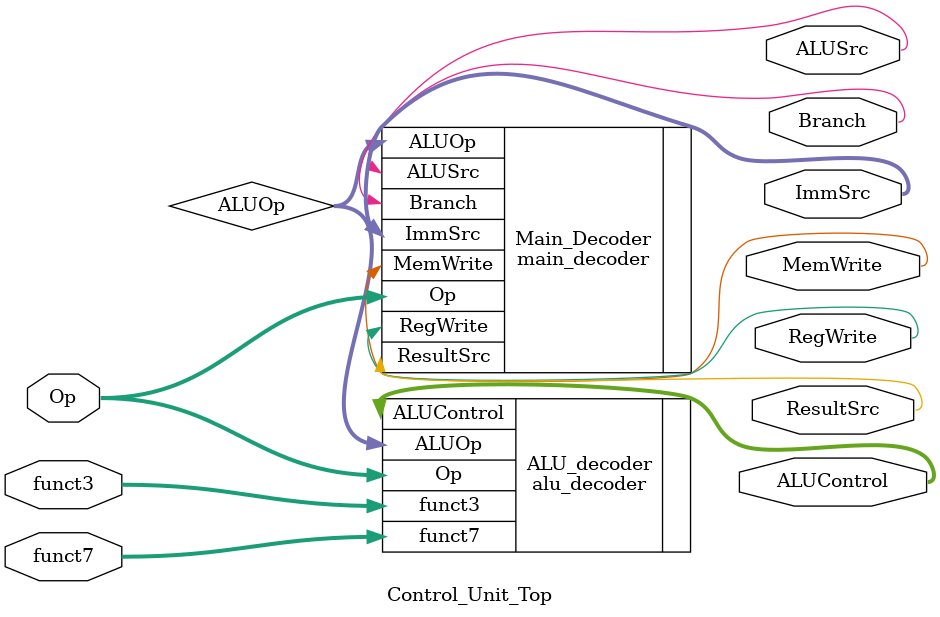
<source format=v>
`include "Alu_decoder.v"
`include "main_decoder.v"

module Control_Unit_Top(Op,RegWrite,ImmSrc,ALUSrc,MemWrite,ResultSrc,Branch,funct3,funct7,ALUControl);

    input [6:0]Op,funct7;
    input [2:0]funct3;
    output RegWrite,ALUSrc,MemWrite,ResultSrc,Branch;
    output [1:0]ImmSrc;
    output [2:0]ALUControl;

    wire [1:0]ALUOp;

 main_decoder Main_Decoder(.Op(Op),
                        //    .zero(),
                           .RegWrite(RegWrite),
                           .MemWrite(MemWrite),
                           .ImmSrc(ImmSrc),
                           .ALUSrc(ALUSrc),
                           .ResultSrc(ResultSrc),
                           /*.PCSrc(),*/
                           .ALUOp(ALUOp),
                           .Branch(Branch)
                           );

alu_decoder ALU_decoder (.ALUOp(ALUOp), 
                         .funct3(funct3),
                         .funct7(funct7),
                         .ALUControl(ALUControl),
                         .Op(Op));

endmodule
</source>
